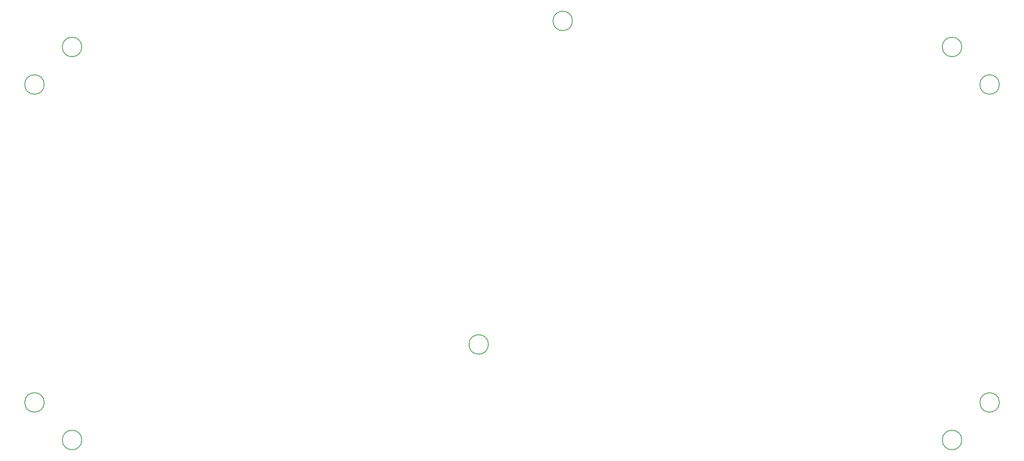
<source format=gbr>
%TF.GenerationSoftware,KiCad,Pcbnew,(6.0.6)*%
%TF.CreationDate,2023-02-28T15:56:07-05:00*%
%TF.ProjectId,fightstick_v2,66696768-7473-4746-9963-6b5f76322e6b,rev?*%
%TF.SameCoordinates,Original*%
%TF.FileFunction,Other,Comment*%
%FSLAX46Y46*%
G04 Gerber Fmt 4.6, Leading zero omitted, Abs format (unit mm)*
G04 Created by KiCad (PCBNEW (6.0.6)) date 2023-02-28 15:56:07*
%MOMM*%
%LPD*%
G01*
G04 APERTURE LIST*
%ADD10C,0.150000*%
G04 APERTURE END LIST*
D10*
%TO.C,H7*%
X272878419Y-121400000D02*
G75*
G03*
X272878419Y-121400000I-2200000J0D01*
G01*
%TO.C,H8*%
X264378419Y-129900000D02*
G75*
G03*
X264378419Y-129900000I-2200000J0D01*
G01*
%TO.C,H2*%
X65378419Y-40900000D02*
G75*
G03*
X65378419Y-40900000I-2200000J0D01*
G01*
%TO.C,H4*%
X272878419Y-49400000D02*
G75*
G03*
X272878419Y-49400000I-2200000J0D01*
G01*
%TO.C,H9*%
X176331862Y-35006000D02*
G75*
G03*
X176331862Y-35006000I-2200000J0D01*
G01*
%TO.C,H3*%
X264378419Y-40900000D02*
G75*
G03*
X264378419Y-40900000I-2200000J0D01*
G01*
%TO.C,H10*%
X157337512Y-108269442D02*
G75*
G03*
X157337512Y-108269442I-2200000J0D01*
G01*
%TO.C,H6*%
X65378419Y-129900000D02*
G75*
G03*
X65378419Y-129900000I-2200000J0D01*
G01*
%TO.C,H1*%
X56878419Y-49400000D02*
G75*
G03*
X56878419Y-49400000I-2200000J0D01*
G01*
%TO.C,H5*%
X56878419Y-121400000D02*
G75*
G03*
X56878419Y-121400000I-2200000J0D01*
G01*
%TD*%
M02*

</source>
